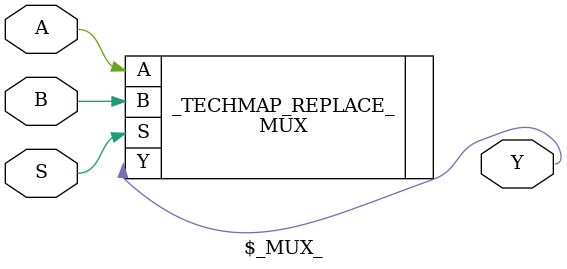
<source format=v>
module \$_NOT_ (input A, output Y); NOT _TECHMAP_REPLACE_ (.A(A), .Y(Y)); endmodule
module \$_AND_ (input A, B, output Y); AND _TECHMAP_REPLACE_ (.A(A), .B(B), .Y(Y)); endmodule
module \$_OR_ (input A, B, output Y); OR _TECHMAP_REPLACE_ (.A(A), .B(B), .Y(Y)); endmodule
module \$_XOR_ (input A, B, output Y); XOR _TECHMAP_REPLACE_ (.A(A), .B(B), .Y(Y)); endmodule

module \$_MUX_ (input A, B, S, output Y);
    MUX _TECHMAP_REPLACE_ (.A(A), .B(B), .S(S), .Y(Y));
endmodule

</source>
